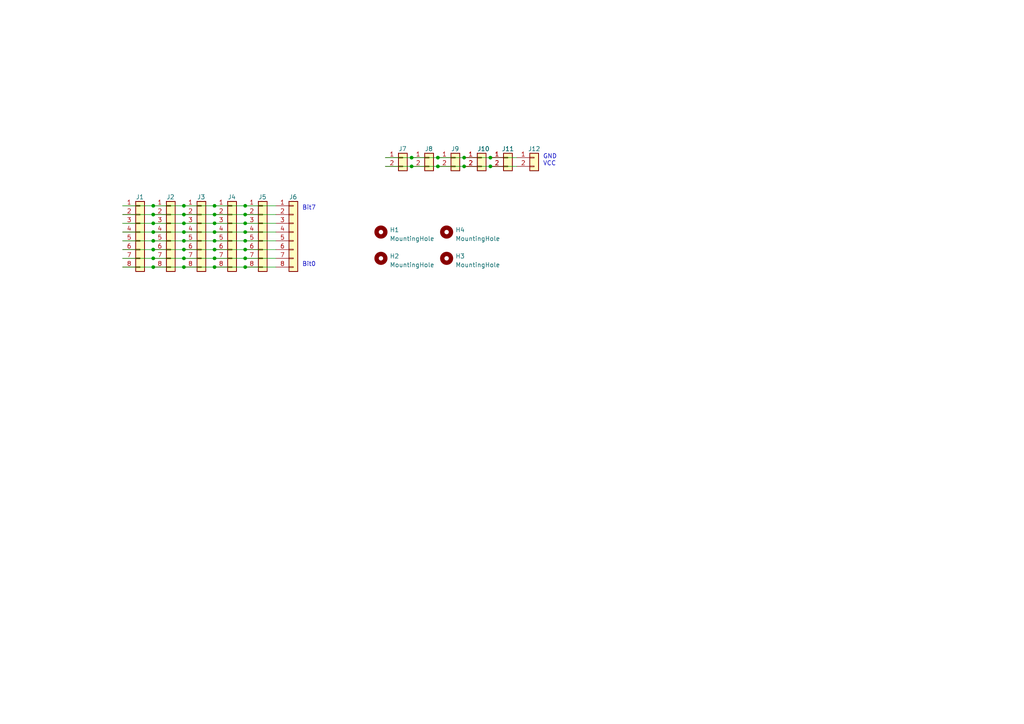
<source format=kicad_sch>
(kicad_sch (version 20230121) (generator eeschema)

  (uuid c33e3ef3-4622-4872-8a23-120339f0f82f)

  (paper "A4")

  (lib_symbols
    (symbol "Connector_Generic:Conn_01x02" (pin_names (offset 1.016) hide) (in_bom yes) (on_board yes)
      (property "Reference" "J" (at 0 2.54 0)
        (effects (font (size 1.27 1.27)))
      )
      (property "Value" "Conn_01x02" (at 0 -5.08 0)
        (effects (font (size 1.27 1.27)))
      )
      (property "Footprint" "" (at 0 0 0)
        (effects (font (size 1.27 1.27)) hide)
      )
      (property "Datasheet" "~" (at 0 0 0)
        (effects (font (size 1.27 1.27)) hide)
      )
      (property "ki_keywords" "connector" (at 0 0 0)
        (effects (font (size 1.27 1.27)) hide)
      )
      (property "ki_description" "Generic connector, single row, 01x02, script generated (kicad-library-utils/schlib/autogen/connector/)" (at 0 0 0)
        (effects (font (size 1.27 1.27)) hide)
      )
      (property "ki_fp_filters" "Connector*:*_1x??_*" (at 0 0 0)
        (effects (font (size 1.27 1.27)) hide)
      )
      (symbol "Conn_01x02_1_1"
        (rectangle (start -1.27 -2.413) (end 0 -2.667)
          (stroke (width 0.1524) (type default))
          (fill (type none))
        )
        (rectangle (start -1.27 0.127) (end 0 -0.127)
          (stroke (width 0.1524) (type default))
          (fill (type none))
        )
        (rectangle (start -1.27 1.27) (end 1.27 -3.81)
          (stroke (width 0.254) (type default))
          (fill (type background))
        )
        (pin passive line (at -5.08 0 0) (length 3.81)
          (name "Pin_1" (effects (font (size 1.27 1.27))))
          (number "1" (effects (font (size 1.27 1.27))))
        )
        (pin passive line (at -5.08 -2.54 0) (length 3.81)
          (name "Pin_2" (effects (font (size 1.27 1.27))))
          (number "2" (effects (font (size 1.27 1.27))))
        )
      )
    )
    (symbol "Connector_Generic:Conn_01x08" (pin_names (offset 1.016) hide) (in_bom yes) (on_board yes)
      (property "Reference" "J" (at 0 10.16 0)
        (effects (font (size 1.27 1.27)))
      )
      (property "Value" "Conn_01x08" (at 0 -12.7 0)
        (effects (font (size 1.27 1.27)))
      )
      (property "Footprint" "" (at 0 0 0)
        (effects (font (size 1.27 1.27)) hide)
      )
      (property "Datasheet" "~" (at 0 0 0)
        (effects (font (size 1.27 1.27)) hide)
      )
      (property "ki_keywords" "connector" (at 0 0 0)
        (effects (font (size 1.27 1.27)) hide)
      )
      (property "ki_description" "Generic connector, single row, 01x08, script generated (kicad-library-utils/schlib/autogen/connector/)" (at 0 0 0)
        (effects (font (size 1.27 1.27)) hide)
      )
      (property "ki_fp_filters" "Connector*:*_1x??_*" (at 0 0 0)
        (effects (font (size 1.27 1.27)) hide)
      )
      (symbol "Conn_01x08_1_1"
        (rectangle (start -1.27 -10.033) (end 0 -10.287)
          (stroke (width 0.1524) (type default))
          (fill (type none))
        )
        (rectangle (start -1.27 -7.493) (end 0 -7.747)
          (stroke (width 0.1524) (type default))
          (fill (type none))
        )
        (rectangle (start -1.27 -4.953) (end 0 -5.207)
          (stroke (width 0.1524) (type default))
          (fill (type none))
        )
        (rectangle (start -1.27 -2.413) (end 0 -2.667)
          (stroke (width 0.1524) (type default))
          (fill (type none))
        )
        (rectangle (start -1.27 0.127) (end 0 -0.127)
          (stroke (width 0.1524) (type default))
          (fill (type none))
        )
        (rectangle (start -1.27 2.667) (end 0 2.413)
          (stroke (width 0.1524) (type default))
          (fill (type none))
        )
        (rectangle (start -1.27 5.207) (end 0 4.953)
          (stroke (width 0.1524) (type default))
          (fill (type none))
        )
        (rectangle (start -1.27 7.747) (end 0 7.493)
          (stroke (width 0.1524) (type default))
          (fill (type none))
        )
        (rectangle (start -1.27 8.89) (end 1.27 -11.43)
          (stroke (width 0.254) (type default))
          (fill (type background))
        )
        (pin passive line (at -5.08 7.62 0) (length 3.81)
          (name "Pin_1" (effects (font (size 1.27 1.27))))
          (number "1" (effects (font (size 1.27 1.27))))
        )
        (pin passive line (at -5.08 5.08 0) (length 3.81)
          (name "Pin_2" (effects (font (size 1.27 1.27))))
          (number "2" (effects (font (size 1.27 1.27))))
        )
        (pin passive line (at -5.08 2.54 0) (length 3.81)
          (name "Pin_3" (effects (font (size 1.27 1.27))))
          (number "3" (effects (font (size 1.27 1.27))))
        )
        (pin passive line (at -5.08 0 0) (length 3.81)
          (name "Pin_4" (effects (font (size 1.27 1.27))))
          (number "4" (effects (font (size 1.27 1.27))))
        )
        (pin passive line (at -5.08 -2.54 0) (length 3.81)
          (name "Pin_5" (effects (font (size 1.27 1.27))))
          (number "5" (effects (font (size 1.27 1.27))))
        )
        (pin passive line (at -5.08 -5.08 0) (length 3.81)
          (name "Pin_6" (effects (font (size 1.27 1.27))))
          (number "6" (effects (font (size 1.27 1.27))))
        )
        (pin passive line (at -5.08 -7.62 0) (length 3.81)
          (name "Pin_7" (effects (font (size 1.27 1.27))))
          (number "7" (effects (font (size 1.27 1.27))))
        )
        (pin passive line (at -5.08 -10.16 0) (length 3.81)
          (name "Pin_8" (effects (font (size 1.27 1.27))))
          (number "8" (effects (font (size 1.27 1.27))))
        )
      )
    )
    (symbol "Mechanical:MountingHole" (pin_names (offset 1.016)) (in_bom yes) (on_board yes)
      (property "Reference" "H" (at 0 5.08 0)
        (effects (font (size 1.27 1.27)))
      )
      (property "Value" "MountingHole" (at 0 3.175 0)
        (effects (font (size 1.27 1.27)))
      )
      (property "Footprint" "" (at 0 0 0)
        (effects (font (size 1.27 1.27)) hide)
      )
      (property "Datasheet" "~" (at 0 0 0)
        (effects (font (size 1.27 1.27)) hide)
      )
      (property "ki_keywords" "mounting hole" (at 0 0 0)
        (effects (font (size 1.27 1.27)) hide)
      )
      (property "ki_description" "Mounting Hole without connection" (at 0 0 0)
        (effects (font (size 1.27 1.27)) hide)
      )
      (property "ki_fp_filters" "MountingHole*" (at 0 0 0)
        (effects (font (size 1.27 1.27)) hide)
      )
      (symbol "MountingHole_0_1"
        (circle (center 0 0) (radius 1.27)
          (stroke (width 1.27) (type default))
          (fill (type none))
        )
      )
    )
  )

  (junction (at 62.23 59.69) (diameter 0) (color 0 0 0 0)
    (uuid 01cd1376-7cf7-45a7-b0f8-5d454cf7b655)
  )
  (junction (at 62.23 62.23) (diameter 0) (color 0 0 0 0)
    (uuid 01d81ce9-6e6d-4797-a0eb-b2fc8d1fa96d)
  )
  (junction (at 44.45 59.69) (diameter 0) (color 0 0 0 0)
    (uuid 04fc4177-a1ff-4c84-85d9-51ef8515c9c3)
  )
  (junction (at 127 45.72) (diameter 0) (color 0 0 0 0)
    (uuid 07931337-ae87-4307-8b7a-5c36bbacfc87)
  )
  (junction (at 53.34 72.39) (diameter 0) (color 0 0 0 0)
    (uuid 10068d8f-0e17-47d1-a167-7cc064c3cdbc)
  )
  (junction (at 71.12 72.39) (diameter 0) (color 0 0 0 0)
    (uuid 15cbf412-2a2d-4db3-8e7b-87fdcbf30d8c)
  )
  (junction (at 53.34 64.77) (diameter 0) (color 0 0 0 0)
    (uuid 1a32cbd4-bd6f-4f42-a016-4c40bb6d4d67)
  )
  (junction (at 53.34 62.23) (diameter 0) (color 0 0 0 0)
    (uuid 20f113bb-f1f2-43a8-9f13-599b822ef2f9)
  )
  (junction (at 142.24 48.26) (diameter 0) (color 0 0 0 0)
    (uuid 214796d2-99e8-425e-810d-5bd3caea6c3c)
  )
  (junction (at 44.45 72.39) (diameter 0) (color 0 0 0 0)
    (uuid 263b54e4-8941-42d0-a270-2229cd1f88b5)
  )
  (junction (at 53.34 67.31) (diameter 0) (color 0 0 0 0)
    (uuid 267cb872-ee68-44be-a2e9-d3e963e9b33e)
  )
  (junction (at 119.38 45.72) (diameter 0) (color 0 0 0 0)
    (uuid 2fb3dcad-9c24-47ba-a1ee-f7b669c36ce7)
  )
  (junction (at 71.12 64.77) (diameter 0) (color 0 0 0 0)
    (uuid 321a1d1f-dd88-47f7-9b25-20c6d7a6f6d8)
  )
  (junction (at 53.34 59.69) (diameter 0) (color 0 0 0 0)
    (uuid 3e8589d9-3b82-4c3a-aa73-f1673da4061b)
  )
  (junction (at 62.23 64.77) (diameter 0) (color 0 0 0 0)
    (uuid 3ee8456f-26a6-4ed1-982e-4a24c28bb23c)
  )
  (junction (at 53.34 69.85) (diameter 0) (color 0 0 0 0)
    (uuid 41d8ea15-5ab1-4a48-b3bb-b8db4203e2fb)
  )
  (junction (at 71.12 67.31) (diameter 0) (color 0 0 0 0)
    (uuid 4a3e661c-5a88-4bad-87d1-4695c554e195)
  )
  (junction (at 62.23 74.93) (diameter 0) (color 0 0 0 0)
    (uuid 508f97b5-108f-44f5-8287-989e3687426f)
  )
  (junction (at 119.38 48.26) (diameter 0) (color 0 0 0 0)
    (uuid 5a69c63d-91f5-40ec-9b3c-2377eee77926)
  )
  (junction (at 71.12 62.23) (diameter 0) (color 0 0 0 0)
    (uuid 62e9e44c-8413-4ebf-8ffa-7471bd0ab8db)
  )
  (junction (at 134.62 48.26) (diameter 0) (color 0 0 0 0)
    (uuid 6d1c6203-7231-485d-88f0-88a9712a8f29)
  )
  (junction (at 62.23 67.31) (diameter 0) (color 0 0 0 0)
    (uuid 7751bb8c-3c91-45ef-b117-363c678d9d70)
  )
  (junction (at 62.23 77.47) (diameter 0) (color 0 0 0 0)
    (uuid 79bfd6d5-1327-4ca0-a9fa-9bbcc617afae)
  )
  (junction (at 44.45 67.31) (diameter 0) (color 0 0 0 0)
    (uuid 88f3d0e5-87ce-4f93-bfcb-b08aac327d5e)
  )
  (junction (at 44.45 77.47) (diameter 0) (color 0 0 0 0)
    (uuid 8e723dce-5ed9-4ff8-b644-49b75d183ef8)
  )
  (junction (at 53.34 74.93) (diameter 0) (color 0 0 0 0)
    (uuid 91344cbb-2236-4311-9988-6cfe59bd2d47)
  )
  (junction (at 142.24 45.72) (diameter 0) (color 0 0 0 0)
    (uuid 939e8598-dbb6-48e4-a9bf-872905d22af5)
  )
  (junction (at 44.45 62.23) (diameter 0) (color 0 0 0 0)
    (uuid 964484ce-1e54-42b5-a3df-c1433e1c5047)
  )
  (junction (at 71.12 59.69) (diameter 0) (color 0 0 0 0)
    (uuid a197a797-9313-4d69-a402-0a592e079e2d)
  )
  (junction (at 71.12 69.85) (diameter 0) (color 0 0 0 0)
    (uuid a4ba7658-4a81-46a0-97b0-65afddfa4337)
  )
  (junction (at 44.45 69.85) (diameter 0) (color 0 0 0 0)
    (uuid ad7356ab-d84e-4ac3-a721-20c234a6bed2)
  )
  (junction (at 127 48.26) (diameter 0) (color 0 0 0 0)
    (uuid b2e12756-bd83-4e41-b2c1-1a7bdc8e97fe)
  )
  (junction (at 44.45 64.77) (diameter 0) (color 0 0 0 0)
    (uuid b73b900b-6a38-40f8-90fa-f98d81724e22)
  )
  (junction (at 71.12 74.93) (diameter 0) (color 0 0 0 0)
    (uuid bab3d7a9-b247-492b-94fd-b5f819dbc6d8)
  )
  (junction (at 71.12 77.47) (diameter 0) (color 0 0 0 0)
    (uuid bd47936f-e461-4884-8f2c-3ded6212d840)
  )
  (junction (at 53.34 77.47) (diameter 0) (color 0 0 0 0)
    (uuid e15ed8db-9779-4605-89e2-1e8e171ebd73)
  )
  (junction (at 62.23 72.39) (diameter 0) (color 0 0 0 0)
    (uuid e733807f-03fc-475e-86bd-3f725f4a02fd)
  )
  (junction (at 44.45 74.93) (diameter 0) (color 0 0 0 0)
    (uuid ec3390cc-7956-4164-b1ee-44ee695b4623)
  )
  (junction (at 62.23 69.85) (diameter 0) (color 0 0 0 0)
    (uuid ede425cd-3487-40f2-aac9-390cc4274d5a)
  )
  (junction (at 134.62 45.72) (diameter 0) (color 0 0 0 0)
    (uuid f539f65c-b36e-423b-9cf2-411fef33e978)
  )

  (wire (pts (xy 71.12 69.85) (xy 80.01 69.85))
    (stroke (width 0) (type default))
    (uuid 009033f5-2b13-409a-8740-fac93707335b)
  )
  (wire (pts (xy 71.12 64.77) (xy 80.01 64.77))
    (stroke (width 0) (type default))
    (uuid 030c5a67-f628-45a6-959e-aec063651dc9)
  )
  (wire (pts (xy 44.45 74.93) (xy 53.34 74.93))
    (stroke (width 0) (type default))
    (uuid 098f40dd-8cf2-4ccd-975f-e98dcb411a2f)
  )
  (wire (pts (xy 134.62 45.72) (xy 142.24 45.72))
    (stroke (width 0) (type default))
    (uuid 130f78bf-e1b4-461a-9b50-5362e8d96c7e)
  )
  (wire (pts (xy 71.12 62.23) (xy 80.01 62.23))
    (stroke (width 0) (type default))
    (uuid 1663c9df-ffee-4bd5-8bce-3f86c2ca5eee)
  )
  (wire (pts (xy 53.34 62.23) (xy 62.23 62.23))
    (stroke (width 0) (type default))
    (uuid 1d6783ee-748d-4c0d-95c6-0b78ae5e508c)
  )
  (wire (pts (xy 62.23 64.77) (xy 71.12 64.77))
    (stroke (width 0) (type default))
    (uuid 1dba2327-f9de-4dd5-a6f7-13681e3da6a9)
  )
  (wire (pts (xy 35.56 62.23) (xy 44.45 62.23))
    (stroke (width 0) (type default))
    (uuid 273a3be1-c441-4f0a-8efd-c56a1665adee)
  )
  (wire (pts (xy 35.56 59.69) (xy 44.45 59.69))
    (stroke (width 0) (type default))
    (uuid 2e7c8f21-c981-4990-815d-dedd197c44d5)
  )
  (wire (pts (xy 71.12 77.47) (xy 80.01 77.47))
    (stroke (width 0) (type default))
    (uuid 2ecd93c0-c664-4a27-86fe-9e180b6f27c6)
  )
  (wire (pts (xy 44.45 62.23) (xy 53.34 62.23))
    (stroke (width 0) (type default))
    (uuid 2f84acdd-a81c-4ebe-ada2-e0b8ae2b8b45)
  )
  (wire (pts (xy 127 45.72) (xy 134.62 45.72))
    (stroke (width 0) (type default))
    (uuid 366372f5-64a0-4a37-abc1-c096f9007adb)
  )
  (wire (pts (xy 44.45 72.39) (xy 53.34 72.39))
    (stroke (width 0) (type default))
    (uuid 38a752a1-c0fd-4eb9-95ba-ab4623ca37a9)
  )
  (wire (pts (xy 127 48.26) (xy 134.62 48.26))
    (stroke (width 0) (type default))
    (uuid 3b99222b-d7d3-4e6f-a020-955c57345303)
  )
  (wire (pts (xy 44.45 67.31) (xy 53.34 67.31))
    (stroke (width 0) (type default))
    (uuid 3c3fb17f-d3cc-4c8a-a6a2-107486c1d092)
  )
  (wire (pts (xy 119.38 48.26) (xy 127 48.26))
    (stroke (width 0) (type default))
    (uuid 40a150ab-5022-46f6-acb4-4ec31f2ce0ef)
  )
  (wire (pts (xy 62.23 67.31) (xy 71.12 67.31))
    (stroke (width 0) (type default))
    (uuid 44a37741-2e78-40ee-905b-b1247fa9494e)
  )
  (wire (pts (xy 35.56 74.93) (xy 44.45 74.93))
    (stroke (width 0) (type default))
    (uuid 4572c92c-4d45-4ec9-9e23-f8d05bb6d367)
  )
  (wire (pts (xy 44.45 77.47) (xy 53.34 77.47))
    (stroke (width 0) (type default))
    (uuid 46dac4dd-af50-424b-977d-73ab060b9223)
  )
  (wire (pts (xy 71.12 59.69) (xy 80.01 59.69))
    (stroke (width 0) (type default))
    (uuid 47b52cfa-5945-4713-afd3-2cdbd8403d7a)
  )
  (wire (pts (xy 35.56 64.77) (xy 44.45 64.77))
    (stroke (width 0) (type default))
    (uuid 5bd76ccb-a092-4b31-b910-ba7f308255df)
  )
  (wire (pts (xy 35.56 69.85) (xy 44.45 69.85))
    (stroke (width 0) (type default))
    (uuid 73eec536-7de6-4ef7-9709-09ea800ef8ff)
  )
  (wire (pts (xy 62.23 77.47) (xy 71.12 77.47))
    (stroke (width 0) (type default))
    (uuid 7846ed2a-af6b-4db2-84b5-072ad3459ad6)
  )
  (wire (pts (xy 142.24 48.26) (xy 149.86 48.26))
    (stroke (width 0) (type default))
    (uuid 7db345f2-9ac4-4f73-af26-3e368afafcc1)
  )
  (wire (pts (xy 53.34 69.85) (xy 62.23 69.85))
    (stroke (width 0) (type default))
    (uuid 7efc87ce-5e9e-4806-9ad9-23b09fc729ea)
  )
  (wire (pts (xy 62.23 62.23) (xy 71.12 62.23))
    (stroke (width 0) (type default))
    (uuid 8771eb93-c5f2-4608-a8c6-56932ce7b73a)
  )
  (wire (pts (xy 71.12 67.31) (xy 80.01 67.31))
    (stroke (width 0) (type default))
    (uuid 897d3c90-0cbf-4f42-869a-1ba3f695cf76)
  )
  (wire (pts (xy 62.23 59.69) (xy 71.12 59.69))
    (stroke (width 0) (type default))
    (uuid 8c13abe6-ef0d-41ff-880f-a976461a139e)
  )
  (wire (pts (xy 44.45 64.77) (xy 53.34 64.77))
    (stroke (width 0) (type default))
    (uuid 92f16b62-a9de-4f3d-a136-3ec0c105221b)
  )
  (wire (pts (xy 53.34 72.39) (xy 62.23 72.39))
    (stroke (width 0) (type default))
    (uuid 933c0485-a4e0-48ec-8f55-a600e3784049)
  )
  (wire (pts (xy 53.34 67.31) (xy 62.23 67.31))
    (stroke (width 0) (type default))
    (uuid a1350a09-0a23-46c2-8010-c851fe40da8b)
  )
  (wire (pts (xy 62.23 69.85) (xy 71.12 69.85))
    (stroke (width 0) (type default))
    (uuid a7b75d3e-3f0d-45ee-880c-70b9e028b5fe)
  )
  (wire (pts (xy 53.34 74.93) (xy 62.23 74.93))
    (stroke (width 0) (type default))
    (uuid a8490de2-40fe-4bd8-88f3-2dc322e3f060)
  )
  (wire (pts (xy 44.45 69.85) (xy 53.34 69.85))
    (stroke (width 0) (type default))
    (uuid afac37c6-b62a-4b5a-bba5-9e50101d572a)
  )
  (wire (pts (xy 53.34 59.69) (xy 62.23 59.69))
    (stroke (width 0) (type default))
    (uuid b75e3109-821f-4fd9-b975-8bbba56a240d)
  )
  (wire (pts (xy 35.56 72.39) (xy 44.45 72.39))
    (stroke (width 0) (type default))
    (uuid b8cfc37b-0681-42a2-b9a9-47474126bb4d)
  )
  (wire (pts (xy 71.12 72.39) (xy 80.01 72.39))
    (stroke (width 0) (type default))
    (uuid c7da6186-c518-4a52-887b-7046b44bbd48)
  )
  (wire (pts (xy 142.24 45.72) (xy 149.86 45.72))
    (stroke (width 0) (type default))
    (uuid c8ada53c-99f7-490c-8f30-f7b4483e6ec4)
  )
  (wire (pts (xy 44.45 59.69) (xy 53.34 59.69))
    (stroke (width 0) (type default))
    (uuid ca67f188-4d69-4769-a744-7c112f76d3ca)
  )
  (wire (pts (xy 35.56 77.47) (xy 44.45 77.47))
    (stroke (width 0) (type default))
    (uuid cb26c7a9-4c08-43aa-8ed6-2824100fdf73)
  )
  (wire (pts (xy 62.23 74.93) (xy 71.12 74.93))
    (stroke (width 0) (type default))
    (uuid d72e4ccb-13ba-403c-92c8-367ba12b9fd2)
  )
  (wire (pts (xy 119.38 45.72) (xy 127 45.72))
    (stroke (width 0) (type default))
    (uuid dd30487f-ee29-4e52-8afe-6f2a1ff3d89c)
  )
  (wire (pts (xy 53.34 64.77) (xy 62.23 64.77))
    (stroke (width 0) (type default))
    (uuid e0d31c5b-092d-4fe8-9300-5fda87d33181)
  )
  (wire (pts (xy 71.12 74.93) (xy 80.01 74.93))
    (stroke (width 0) (type default))
    (uuid e44cb62a-b35c-47fa-9307-bb042687f290)
  )
  (wire (pts (xy 62.23 72.39) (xy 71.12 72.39))
    (stroke (width 0) (type default))
    (uuid eb7400e1-8421-4e53-8a6f-09a14f6e6721)
  )
  (wire (pts (xy 111.76 45.72) (xy 119.38 45.72))
    (stroke (width 0) (type default))
    (uuid f32e0ccb-1639-42a2-9722-87304c544da9)
  )
  (wire (pts (xy 134.62 48.26) (xy 142.24 48.26))
    (stroke (width 0) (type default))
    (uuid f4fd029f-4cc0-43ae-ba35-f51bf488ac48)
  )
  (wire (pts (xy 111.76 48.26) (xy 119.38 48.26))
    (stroke (width 0) (type default))
    (uuid fa4ae422-4e28-4681-9a2b-b6a7ab88b9a7)
  )
  (wire (pts (xy 35.56 67.31) (xy 44.45 67.31))
    (stroke (width 0) (type default))
    (uuid fb5c2751-5580-4bdc-94cd-44c13940b86e)
  )
  (wire (pts (xy 53.34 77.47) (xy 62.23 77.47))
    (stroke (width 0) (type default))
    (uuid fbc621f3-52a9-414a-af7e-2137300bdbbe)
  )

  (text "Bit7\n\n\n\n\n\n\n\nBit0" (at 87.63 77.47 0)
    (effects (font (size 1.27 1.27)) (justify left bottom))
    (uuid c689a593-d9ca-4112-bdb5-d2aebdc63e6f)
  )
  (text "GND\nVCC" (at 157.48 48.26 0)
    (effects (font (size 1.27 1.27)) (justify left bottom))
    (uuid f0b60bb9-7da2-413e-87fa-9ad430bb2ec4)
  )

  (symbol (lib_id "Connector_Generic:Conn_01x02") (at 147.32 45.72 0) (unit 1)
    (in_bom yes) (on_board yes) (dnp no)
    (uuid 20143343-316e-458f-ba3a-86f681bb4680)
    (property "Reference" "J11" (at 147.32 43.18 0)
      (effects (font (size 1.27 1.27)))
    )
    (property "Value" "Conn_01x02" (at 145.415 50.8 90)
      (effects (font (size 1.27 1.27)) (justify right) hide)
    )
    (property "Footprint" "Connector_PinHeader_2.54mm:PinHeader_1x02_P2.54mm_Vertical" (at 147.32 45.72 0)
      (effects (font (size 1.27 1.27)) hide)
    )
    (property "Datasheet" "~" (at 147.32 45.72 0)
      (effects (font (size 1.27 1.27)) hide)
    )
    (pin "1" (uuid 5061c983-71fb-413b-9101-048f7c24e896))
    (pin "2" (uuid 81ae6067-48c6-43cb-a84a-596d84e84b11))
    (instances
      (project "Bus"
        (path "/c33e3ef3-4622-4872-8a23-120339f0f82f"
          (reference "J11") (unit 1)
        )
      )
    )
  )

  (symbol (lib_id "Mechanical:MountingHole") (at 129.54 74.93 0) (unit 1)
    (in_bom yes) (on_board yes) (dnp no) (fields_autoplaced)
    (uuid 27b5a50e-1247-401f-aa06-9a3c93d65476)
    (property "Reference" "H3" (at 132.08 74.295 0)
      (effects (font (size 1.27 1.27)) (justify left))
    )
    (property "Value" "MountingHole" (at 132.08 76.835 0)
      (effects (font (size 1.27 1.27)) (justify left))
    )
    (property "Footprint" "MountingHole:MountingHole_3.2mm_M3" (at 129.54 74.93 0)
      (effects (font (size 1.27 1.27)) hide)
    )
    (property "Datasheet" "~" (at 129.54 74.93 0)
      (effects (font (size 1.27 1.27)) hide)
    )
    (instances
      (project "Bus"
        (path "/c33e3ef3-4622-4872-8a23-120339f0f82f"
          (reference "H3") (unit 1)
        )
      )
    )
  )

  (symbol (lib_id "Connector_Generic:Conn_01x08") (at 76.2 67.31 0) (unit 1)
    (in_bom yes) (on_board yes) (dnp no)
    (uuid 312930e0-6b07-46b3-81dc-d0f1815eb46a)
    (property "Reference" "J7" (at 74.93 57.15 0)
      (effects (font (size 1.27 1.27)) (justify left))
    )
    (property "Value" "Conn_01x08" (at 78.74 70.485 0)
      (effects (font (size 1.27 1.27)) (justify left) hide)
    )
    (property "Footprint" "Connector_PinHeader_2.54mm:PinHeader_1x08_P2.54mm_Vertical" (at 76.2 67.31 0)
      (effects (font (size 1.27 1.27)) hide)
    )
    (property "Datasheet" "~" (at 76.2 67.31 0)
      (effects (font (size 1.27 1.27)) hide)
    )
    (pin "1" (uuid 36c39341-1962-4b85-b949-194b97254338))
    (pin "2" (uuid 39f3e434-2617-4189-b823-af5783536c2c))
    (pin "3" (uuid fe59ae8f-8bf0-4d4c-828f-ee2e463d9512))
    (pin "4" (uuid 99739a09-e6bd-46e5-aa23-b53e6fc5aa65))
    (pin "5" (uuid d68ac833-cc1a-4e77-933a-1ca716499a14))
    (pin "6" (uuid ba5f1168-6b35-4490-a5d9-dacad5a28154))
    (pin "7" (uuid 0c2b1832-54d7-4b79-9de5-21c242dc6814))
    (pin "8" (uuid e34931aa-ea0b-4da9-b525-42af62933a20))
    (instances
      (project "ModularMicro"
        (path "/05a926ae-c175-46d2-8eb4-54b058c01f5d/ca015899-9577-4881-83b5-cd083b2e235c"
          (reference "J7") (unit 1)
        )
      )
      (project "Bus"
        (path "/c33e3ef3-4622-4872-8a23-120339f0f82f"
          (reference "J5") (unit 1)
        )
      )
    )
  )

  (symbol (lib_id "Connector_Generic:Conn_01x02") (at 139.7 45.72 0) (unit 1)
    (in_bom yes) (on_board yes) (dnp no)
    (uuid 4830c9fd-2ea5-4cbd-85a6-b905068068ec)
    (property "Reference" "J10" (at 138.43 43.18 0)
      (effects (font (size 1.27 1.27)) (justify left))
    )
    (property "Value" "Conn_01x02" (at 137.795 50.8 90)
      (effects (font (size 1.27 1.27)) (justify right) hide)
    )
    (property "Footprint" "Connector_PinHeader_2.54mm:PinHeader_1x02_P2.54mm_Vertical" (at 139.7 45.72 0)
      (effects (font (size 1.27 1.27)) hide)
    )
    (property "Datasheet" "~" (at 139.7 45.72 0)
      (effects (font (size 1.27 1.27)) hide)
    )
    (pin "1" (uuid 5b51abf6-72d4-4f62-830d-ee6ab5942e7a))
    (pin "2" (uuid d6b6cca3-5f44-4a2e-b08a-83fc00767171))
    (instances
      (project "Bus"
        (path "/c33e3ef3-4622-4872-8a23-120339f0f82f"
          (reference "J10") (unit 1)
        )
      )
    )
  )

  (symbol (lib_id "Connector_Generic:Conn_01x08") (at 67.31 67.31 0) (unit 1)
    (in_bom yes) (on_board yes) (dnp no)
    (uuid 4a36d6ef-8ef3-4c3c-8833-45b36f1e91e9)
    (property "Reference" "J9" (at 66.04 57.15 0)
      (effects (font (size 1.27 1.27)) (justify left))
    )
    (property "Value" "Conn_01x08" (at 69.85 70.485 0)
      (effects (font (size 1.27 1.27)) (justify left) hide)
    )
    (property "Footprint" "Connector_PinHeader_2.54mm:PinHeader_1x08_P2.54mm_Vertical" (at 67.31 67.31 0)
      (effects (font (size 1.27 1.27)) hide)
    )
    (property "Datasheet" "~" (at 67.31 67.31 0)
      (effects (font (size 1.27 1.27)) hide)
    )
    (pin "1" (uuid 7251a108-0e71-42d5-9f09-e1cd326fd823))
    (pin "2" (uuid fe4a8e04-8aef-4015-b299-806f06efda5c))
    (pin "3" (uuid 6d28ff26-0049-4ccc-bd57-80910aef5dd4))
    (pin "4" (uuid ea48416b-dbae-4308-8c4b-2e0d3b9beffb))
    (pin "5" (uuid 8cf513d3-a00c-4bd7-93d6-37815a379ba8))
    (pin "6" (uuid a5feac01-f88c-411a-89d0-1d853ea38407))
    (pin "7" (uuid 815d964c-37a1-41a5-923a-8a50cf4a46c7))
    (pin "8" (uuid ecc2fb46-c54a-437d-b8b0-76e5c00842fb))
    (instances
      (project "ModularMicro"
        (path "/05a926ae-c175-46d2-8eb4-54b058c01f5d/ca015899-9577-4881-83b5-cd083b2e235c"
          (reference "J9") (unit 1)
        )
      )
      (project "Bus"
        (path "/c33e3ef3-4622-4872-8a23-120339f0f82f"
          (reference "J4") (unit 1)
        )
      )
    )
  )

  (symbol (lib_id "Connector_Generic:Conn_01x08") (at 49.53 67.31 0) (unit 1)
    (in_bom yes) (on_board yes) (dnp no)
    (uuid 4b64da7a-8ab9-4339-ba3c-1068d66be5c8)
    (property "Reference" "J5" (at 48.26 57.15 0)
      (effects (font (size 1.27 1.27)) (justify left))
    )
    (property "Value" "Conn_01x08" (at 52.07 70.485 0)
      (effects (font (size 1.27 1.27)) (justify left) hide)
    )
    (property "Footprint" "Connector_PinHeader_2.54mm:PinHeader_1x08_P2.54mm_Vertical" (at 49.53 67.31 0)
      (effects (font (size 1.27 1.27)) hide)
    )
    (property "Datasheet" "~" (at 49.53 67.31 0)
      (effects (font (size 1.27 1.27)) hide)
    )
    (pin "1" (uuid 41308cd1-a5f0-4ec4-a17b-66352a08a17e))
    (pin "2" (uuid 2a869b5b-673b-4f8f-861c-e8c59bd0916c))
    (pin "3" (uuid 6dc0f8ea-61c6-42cd-b03f-ca9f7c238f5c))
    (pin "4" (uuid ccc01e7b-5a54-4ca8-895e-73aaeb9cb84b))
    (pin "5" (uuid ce4dfb25-604a-4008-8804-2a0f0a89b635))
    (pin "6" (uuid 277fab12-63ae-48e4-b286-8fc68773a14a))
    (pin "7" (uuid 4771529f-909c-4edc-8c1b-f9cd051b2cd9))
    (pin "8" (uuid 5977fdd5-4a4d-4d72-bebd-b4dfb9360ac2))
    (instances
      (project "ModularMicro"
        (path "/05a926ae-c175-46d2-8eb4-54b058c01f5d/ca015899-9577-4881-83b5-cd083b2e235c"
          (reference "J5") (unit 1)
        )
      )
      (project "Bus"
        (path "/c33e3ef3-4622-4872-8a23-120339f0f82f"
          (reference "J2") (unit 1)
        )
      )
    )
  )

  (symbol (lib_id "Connector_Generic:Conn_01x08") (at 58.42 67.31 0) (unit 1)
    (in_bom yes) (on_board yes) (dnp no)
    (uuid 52ff9278-f09e-46a5-b474-423c8eb0cbf6)
    (property "Reference" "J8" (at 57.15 57.15 0)
      (effects (font (size 1.27 1.27)) (justify left))
    )
    (property "Value" "Conn_01x08" (at 60.96 68.58 90)
      (effects (font (size 1.27 1.27)) hide)
    )
    (property "Footprint" "Connector_PinHeader_2.54mm:PinHeader_1x08_P2.54mm_Vertical" (at 58.42 67.31 0)
      (effects (font (size 1.27 1.27)) hide)
    )
    (property "Datasheet" "~" (at 58.42 67.31 0)
      (effects (font (size 1.27 1.27)) hide)
    )
    (pin "1" (uuid 5338498f-733f-43bb-8758-a2bf0702e1fa))
    (pin "2" (uuid 0d5eddea-8e37-4d7b-838e-0125486169cb))
    (pin "3" (uuid 91d42c56-2bf6-4436-a3d4-c5c82f9a2806))
    (pin "4" (uuid 6a5fc53e-7874-49c9-b345-4de437f6d0d2))
    (pin "5" (uuid 1944ddef-82a2-4ee0-a580-c330f7bf9d2a))
    (pin "6" (uuid 7dddd2c3-b44b-4253-ba1d-0d7bf7f028ff))
    (pin "7" (uuid 7cd6b1be-50de-4970-b593-8e5787782c0b))
    (pin "8" (uuid 39346ce5-ae6c-48bd-8dd8-005d7af15e4d))
    (instances
      (project "ModularMicro"
        (path "/05a926ae-c175-46d2-8eb4-54b058c01f5d/ca015899-9577-4881-83b5-cd083b2e235c"
          (reference "J8") (unit 1)
        )
      )
      (project "Bus"
        (path "/c33e3ef3-4622-4872-8a23-120339f0f82f"
          (reference "J3") (unit 1)
        )
      )
    )
  )

  (symbol (lib_id "Mechanical:MountingHole") (at 129.54 67.31 0) (unit 1)
    (in_bom yes) (on_board yes) (dnp no) (fields_autoplaced)
    (uuid 607cc863-e852-497d-aec6-9b075ddc94a5)
    (property "Reference" "H4" (at 132.08 66.675 0)
      (effects (font (size 1.27 1.27)) (justify left))
    )
    (property "Value" "MountingHole" (at 132.08 69.215 0)
      (effects (font (size 1.27 1.27)) (justify left))
    )
    (property "Footprint" "MountingHole:MountingHole_3.2mm_M3" (at 129.54 67.31 0)
      (effects (font (size 1.27 1.27)) hide)
    )
    (property "Datasheet" "~" (at 129.54 67.31 0)
      (effects (font (size 1.27 1.27)) hide)
    )
    (instances
      (project "Bus"
        (path "/c33e3ef3-4622-4872-8a23-120339f0f82f"
          (reference "H4") (unit 1)
        )
      )
    )
  )

  (symbol (lib_id "Mechanical:MountingHole") (at 110.49 74.93 0) (unit 1)
    (in_bom yes) (on_board yes) (dnp no) (fields_autoplaced)
    (uuid 6edb55a1-c7c1-4d2f-b325-83c68f4a5d63)
    (property "Reference" "H2" (at 113.03 74.295 0)
      (effects (font (size 1.27 1.27)) (justify left))
    )
    (property "Value" "MountingHole" (at 113.03 76.835 0)
      (effects (font (size 1.27 1.27)) (justify left))
    )
    (property "Footprint" "MountingHole:MountingHole_3.2mm_M3" (at 110.49 74.93 0)
      (effects (font (size 1.27 1.27)) hide)
    )
    (property "Datasheet" "~" (at 110.49 74.93 0)
      (effects (font (size 1.27 1.27)) hide)
    )
    (instances
      (project "Bus"
        (path "/c33e3ef3-4622-4872-8a23-120339f0f82f"
          (reference "H2") (unit 1)
        )
      )
    )
  )

  (symbol (lib_id "Mechanical:MountingHole") (at 110.49 67.31 0) (unit 1)
    (in_bom yes) (on_board yes) (dnp no) (fields_autoplaced)
    (uuid 7c6f520f-a036-471f-83df-b6a928f5effc)
    (property "Reference" "H1" (at 113.03 66.675 0)
      (effects (font (size 1.27 1.27)) (justify left))
    )
    (property "Value" "MountingHole" (at 113.03 69.215 0)
      (effects (font (size 1.27 1.27)) (justify left))
    )
    (property "Footprint" "MountingHole:MountingHole_3.2mm_M3" (at 110.49 67.31 0)
      (effects (font (size 1.27 1.27)) hide)
    )
    (property "Datasheet" "~" (at 110.49 67.31 0)
      (effects (font (size 1.27 1.27)) hide)
    )
    (instances
      (project "Bus"
        (path "/c33e3ef3-4622-4872-8a23-120339f0f82f"
          (reference "H1") (unit 1)
        )
      )
    )
  )

  (symbol (lib_id "Connector_Generic:Conn_01x02") (at 132.08 45.72 0) (unit 1)
    (in_bom yes) (on_board yes) (dnp no)
    (uuid 8198b23e-adce-4767-be78-72e613c1b5ee)
    (property "Reference" "J9" (at 130.81 43.18 0)
      (effects (font (size 1.27 1.27)) (justify left))
    )
    (property "Value" "Conn_01x02" (at 130.175 50.8 90)
      (effects (font (size 1.27 1.27)) (justify right) hide)
    )
    (property "Footprint" "Connector_PinHeader_2.54mm:PinHeader_1x02_P2.54mm_Vertical" (at 132.08 45.72 0)
      (effects (font (size 1.27 1.27)) hide)
    )
    (property "Datasheet" "~" (at 132.08 45.72 0)
      (effects (font (size 1.27 1.27)) hide)
    )
    (pin "1" (uuid 75d3c18b-770a-404f-abc2-ecc6246b7e92))
    (pin "2" (uuid 23d1cc16-bc79-43ea-ad5e-548683815ca2))
    (instances
      (project "Bus"
        (path "/c33e3ef3-4622-4872-8a23-120339f0f82f"
          (reference "J9") (unit 1)
        )
      )
    )
  )

  (symbol (lib_id "Connector_Generic:Conn_01x02") (at 154.94 45.72 0) (unit 1)
    (in_bom yes) (on_board yes) (dnp no)
    (uuid b514d5cc-c067-45a8-935f-ce47201d8939)
    (property "Reference" "J12" (at 154.94 43.18 0)
      (effects (font (size 1.27 1.27)))
    )
    (property "Value" "Conn_01x02" (at 153.035 50.8 90)
      (effects (font (size 1.27 1.27)) (justify right) hide)
    )
    (property "Footprint" "Connector_PinHeader_2.54mm:PinHeader_1x02_P2.54mm_Vertical" (at 154.94 45.72 0)
      (effects (font (size 1.27 1.27)) hide)
    )
    (property "Datasheet" "~" (at 154.94 45.72 0)
      (effects (font (size 1.27 1.27)) hide)
    )
    (pin "1" (uuid bc1d531f-dd3e-4d42-8d0e-5e70c4c95544))
    (pin "2" (uuid e5a4ef61-5366-45ae-8765-b8fc310dacd8))
    (instances
      (project "Bus"
        (path "/c33e3ef3-4622-4872-8a23-120339f0f82f"
          (reference "J12") (unit 1)
        )
      )
    )
  )

  (symbol (lib_id "Connector_Generic:Conn_01x08") (at 85.09 67.31 0) (unit 1)
    (in_bom yes) (on_board yes) (dnp no)
    (uuid b90334ec-a84e-457d-8300-748d5e55d829)
    (property "Reference" "J6" (at 83.82 57.15 0)
      (effects (font (size 1.27 1.27)) (justify left))
    )
    (property "Value" "Conn_01x08" (at 87.63 70.485 0)
      (effects (font (size 1.27 1.27)) (justify left) hide)
    )
    (property "Footprint" "Connector_PinHeader_2.54mm:PinHeader_1x08_P2.54mm_Vertical" (at 85.09 67.31 0)
      (effects (font (size 1.27 1.27)) hide)
    )
    (property "Datasheet" "~" (at 85.09 67.31 0)
      (effects (font (size 1.27 1.27)) hide)
    )
    (pin "1" (uuid 002abc29-6a0a-4124-af11-3b801113e8ba))
    (pin "2" (uuid 72a633e9-7cb2-4cda-9e66-6fc2056c0191))
    (pin "3" (uuid b7a72375-6f8e-42bf-9cd9-22d3eb5c9774))
    (pin "4" (uuid b60a22a1-469e-48fa-b56f-c878f59389db))
    (pin "5" (uuid 929430a8-3107-4e3f-a0f0-aa808cbb6c49))
    (pin "6" (uuid 93a62462-30f0-4fb0-9f19-bb0227383a19))
    (pin "7" (uuid fd593d44-d045-4406-ba0f-dbb330aa0137))
    (pin "8" (uuid 73250310-7a71-45d1-822a-ef088880091a))
    (instances
      (project "ModularMicro"
        (path "/05a926ae-c175-46d2-8eb4-54b058c01f5d/ca015899-9577-4881-83b5-cd083b2e235c"
          (reference "J6") (unit 1)
        )
      )
      (project "Bus"
        (path "/c33e3ef3-4622-4872-8a23-120339f0f82f"
          (reference "J6") (unit 1)
        )
      )
    )
  )

  (symbol (lib_id "Connector_Generic:Conn_01x02") (at 116.84 45.72 0) (unit 1)
    (in_bom yes) (on_board yes) (dnp no)
    (uuid d87c74cd-bf1e-4ab1-86cb-b373104b9a7b)
    (property "Reference" "J7" (at 115.57 43.18 0)
      (effects (font (size 1.27 1.27)) (justify left))
    )
    (property "Value" "Conn_01x02" (at 114.935 50.8 90)
      (effects (font (size 1.27 1.27)) (justify right) hide)
    )
    (property "Footprint" "Connector_PinHeader_2.54mm:PinHeader_1x02_P2.54mm_Vertical" (at 116.84 45.72 0)
      (effects (font (size 1.27 1.27)) hide)
    )
    (property "Datasheet" "~" (at 116.84 45.72 0)
      (effects (font (size 1.27 1.27)) hide)
    )
    (pin "1" (uuid e85bfb8b-cc3c-4558-90af-d72cc5e0f9b2))
    (pin "2" (uuid 70aba4ef-7ff5-48c8-8b67-62bf998eac58))
    (instances
      (project "Bus"
        (path "/c33e3ef3-4622-4872-8a23-120339f0f82f"
          (reference "J7") (unit 1)
        )
      )
    )
  )

  (symbol (lib_id "Connector_Generic:Conn_01x08") (at 40.64 67.31 0) (unit 1)
    (in_bom yes) (on_board yes) (dnp no)
    (uuid db453439-0427-4d45-a034-60123300b213)
    (property "Reference" "J4" (at 39.37 57.15 0)
      (effects (font (size 1.27 1.27)) (justify left))
    )
    (property "Value" "Conn_01x08" (at 43.18 70.485 0)
      (effects (font (size 1.27 1.27)) (justify left) hide)
    )
    (property "Footprint" "Connector_PinHeader_2.54mm:PinHeader_1x08_P2.54mm_Vertical" (at 40.64 67.31 0)
      (effects (font (size 1.27 1.27)) hide)
    )
    (property "Datasheet" "~" (at 40.64 67.31 0)
      (effects (font (size 1.27 1.27)) hide)
    )
    (pin "1" (uuid c831bc64-ff92-4dee-ba5d-e98215ca6d38))
    (pin "2" (uuid 41ba1f0d-9d69-4492-bee1-35b3445fdf63))
    (pin "3" (uuid 866b4ad0-f7e7-48c1-9c57-a9a0358fdf26))
    (pin "4" (uuid f77a67bf-0a17-4cef-b531-b93b5eb30c95))
    (pin "5" (uuid 31287c49-c7f0-49b5-ad37-ea80f552d112))
    (pin "6" (uuid e58b8414-0383-4ad7-ac9a-4ad7a558bd67))
    (pin "7" (uuid 270b6bc5-23ea-4bac-adc3-d5d366f162dc))
    (pin "8" (uuid 11f2045c-9717-4210-883e-0fdabbd11ae2))
    (instances
      (project "ModularMicro"
        (path "/05a926ae-c175-46d2-8eb4-54b058c01f5d/ca015899-9577-4881-83b5-cd083b2e235c"
          (reference "J4") (unit 1)
        )
      )
      (project "Bus"
        (path "/c33e3ef3-4622-4872-8a23-120339f0f82f"
          (reference "J1") (unit 1)
        )
      )
    )
  )

  (symbol (lib_id "Connector_Generic:Conn_01x02") (at 124.46 45.72 0) (unit 1)
    (in_bom yes) (on_board yes) (dnp no)
    (uuid fc7dfe64-eed7-4aac-9eb2-db83b0c0cca4)
    (property "Reference" "J8" (at 123.19 43.18 0)
      (effects (font (size 1.27 1.27)) (justify left))
    )
    (property "Value" "Conn_01x02" (at 122.555 50.8 90)
      (effects (font (size 1.27 1.27)) (justify right) hide)
    )
    (property "Footprint" "Connector_PinHeader_2.54mm:PinHeader_1x02_P2.54mm_Vertical" (at 124.46 45.72 0)
      (effects (font (size 1.27 1.27)) hide)
    )
    (property "Datasheet" "~" (at 124.46 45.72 0)
      (effects (font (size 1.27 1.27)) hide)
    )
    (pin "1" (uuid 402132dc-e461-4375-bacc-6f38d3683608))
    (pin "2" (uuid 5539a7fb-1769-48be-90de-73e79708eae6))
    (instances
      (project "Bus"
        (path "/c33e3ef3-4622-4872-8a23-120339f0f82f"
          (reference "J8") (unit 1)
        )
      )
    )
  )

  (sheet_instances
    (path "/" (page "1"))
  )
)

</source>
